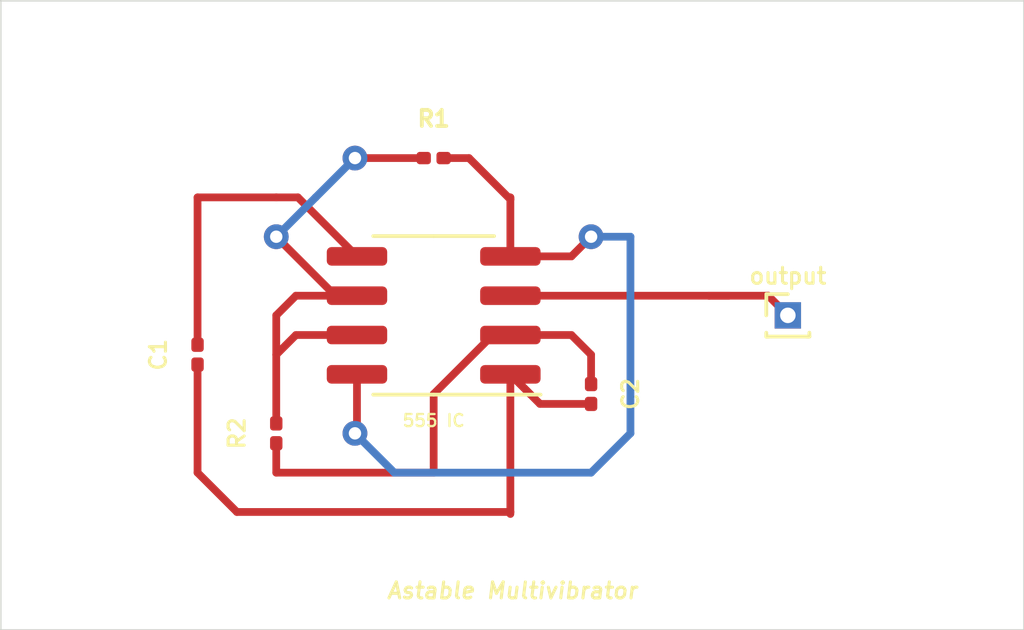
<source format=kicad_pcb>
(kicad_pcb (version 20171130) (host pcbnew "(5.1.9)-1")

  (general
    (thickness 1.6)
    (drawings 5)
    (tracks 53)
    (zones 0)
    (modules 6)
    (nets 7)
  )

  (page A4)
  (layers
    (0 F.Cu signal)
    (31 B.Cu signal)
    (32 B.Adhes user)
    (33 F.Adhes user)
    (34 B.Paste user)
    (35 F.Paste user)
    (36 B.SilkS user)
    (37 F.SilkS user)
    (38 B.Mask user)
    (39 F.Mask user)
    (40 Dwgs.User user)
    (41 Cmts.User user)
    (42 Eco1.User user)
    (43 Eco2.User user)
    (44 Edge.Cuts user)
    (45 Margin user)
    (46 B.CrtYd user)
    (47 F.CrtYd user)
    (48 B.Fab user hide)
    (49 F.Fab user hide)
  )

  (setup
    (last_trace_width 0.25)
    (trace_clearance 0.2)
    (zone_clearance 0.508)
    (zone_45_only no)
    (trace_min 0.2)
    (via_size 0.8)
    (via_drill 0.4)
    (via_min_size 0.4)
    (via_min_drill 0.3)
    (uvia_size 0.3)
    (uvia_drill 0.1)
    (uvias_allowed no)
    (uvia_min_size 0.2)
    (uvia_min_drill 0.1)
    (edge_width 0.05)
    (segment_width 0.2)
    (pcb_text_width 0.3)
    (pcb_text_size 1.5 1.5)
    (mod_edge_width 0.12)
    (mod_text_size 1 1)
    (mod_text_width 0.15)
    (pad_size 1.524 1.524)
    (pad_drill 0.762)
    (pad_to_mask_clearance 0)
    (aux_axis_origin 0 0)
    (visible_elements 7FFFFFFF)
    (pcbplotparams
      (layerselection 0x010fc_ffffffff)
      (usegerberextensions false)
      (usegerberattributes true)
      (usegerberadvancedattributes true)
      (creategerberjobfile true)
      (excludeedgelayer true)
      (linewidth 0.100000)
      (plotframeref false)
      (viasonmask false)
      (mode 1)
      (useauxorigin false)
      (hpglpennumber 1)
      (hpglpenspeed 20)
      (hpglpendiameter 15.000000)
      (psnegative false)
      (psa4output false)
      (plotreference true)
      (plotvalue true)
      (plotinvisibletext false)
      (padsonsilk false)
      (subtractmaskfromsilk false)
      (outputformat 1)
      (mirror false)
      (drillshape 1)
      (scaleselection 1)
      (outputdirectory ""))
  )

  (net 0 "")
  (net 1 GND)
  (net 2 "Net-(C1-Pad1)")
  (net 3 "Net-(Ct1-Pad1)")
  (net 4 "Net-(U1-Pad3)")
  (net 5 "Net-(Ra1-Pad2)")
  (net 6 VCC)

  (net_class Default "This is the default net class."
    (clearance 0.2)
    (trace_width 0.25)
    (via_dia 0.8)
    (via_drill 0.4)
    (uvia_dia 0.3)
    (uvia_drill 0.1)
    (add_net GND)
    (add_net "Net-(C1-Pad1)")
    (add_net "Net-(Ct1-Pad1)")
    (add_net "Net-(Ra1-Pad2)")
    (add_net "Net-(U1-Pad3)")
    (add_net VCC)
  )

  (module Connector_PinHeader_1.00mm:PinHeader_1x01_P1.00mm_Vertical (layer F.Cu) (tedit 59FED738) (tstamp 6106B4D7)
    (at 133.35 72.39)
    (descr "Through hole straight pin header, 1x01, 1.00mm pitch, single row")
    (tags "Through hole pin header THT 1x01 1.00mm single row")
    (path /61070468)
    (fp_text reference output (at 0 -1.27) (layer F.SilkS)
      (effects (font (size 0.5174 0.5174) (thickness 0.0976)))
    )
    (fp_text value output (at 0 1.27) (layer F.Fab)
      (effects (font (size 1 1) (thickness 0.15)))
    )
    (fp_text user %R (at 0 0 90) (layer F.Fab)
      (effects (font (size 0.76 0.76) (thickness 0.114)))
    )
    (fp_line (start -0.3175 -0.5) (end 0.635 -0.5) (layer F.Fab) (width 0.1))
    (fp_line (start 0.635 -0.5) (end 0.635 0.5) (layer F.Fab) (width 0.1))
    (fp_line (start 0.635 0.5) (end -0.635 0.5) (layer F.Fab) (width 0.1))
    (fp_line (start -0.635 0.5) (end -0.635 -0.1825) (layer F.Fab) (width 0.1))
    (fp_line (start -0.635 -0.1825) (end -0.3175 -0.5) (layer F.Fab) (width 0.1))
    (fp_line (start -0.695 0.685) (end 0.695 0.685) (layer F.SilkS) (width 0.12))
    (fp_line (start -0.695 0.685) (end -0.695 0.56) (layer F.SilkS) (width 0.12))
    (fp_line (start 0.695 0.685) (end 0.695 0.56) (layer F.SilkS) (width 0.12))
    (fp_line (start -0.695 0.685) (end -0.608276 0.685) (layer F.SilkS) (width 0.12))
    (fp_line (start 0.608276 0.685) (end 0.695 0.685) (layer F.SilkS) (width 0.12))
    (fp_line (start -0.695 0) (end -0.695 -0.685) (layer F.SilkS) (width 0.12))
    (fp_line (start -0.695 -0.685) (end 0 -0.685) (layer F.SilkS) (width 0.12))
    (fp_line (start -1.15 -1) (end -1.15 1) (layer F.CrtYd) (width 0.05))
    (fp_line (start -1.15 1) (end 1.15 1) (layer F.CrtYd) (width 0.05))
    (fp_line (start 1.15 1) (end 1.15 -1) (layer F.CrtYd) (width 0.05))
    (fp_line (start 1.15 -1) (end -1.15 -1) (layer F.CrtYd) (width 0.05))
    (pad 1 thru_hole rect (at 0 0) (size 0.85 0.85) (drill 0.5) (layers *.Cu *.Mask)
      (net 4 "Net-(U1-Pad3)"))
    (model ${KISYS3DMOD}/Connector_PinHeader_1.00mm.3dshapes/PinHeader_1x01_P1.00mm_Vertical.wrl
      (at (xyz 0 0 0))
      (scale (xyz 1 1 1))
      (rotate (xyz 0 0 0))
    )
  )

  (module Capacitor_SMD:C_0201_0603Metric (layer F.Cu) (tedit 61066F4D) (tstamp 6106B499)
    (at 114.3 73.66 270)
    (descr "Capacitor SMD 0201 (0603 Metric), square (rectangular) end terminal, IPC_7351 nominal, (Body size source: https://www.vishay.com/docs/20052/crcw0201e3.pdf), generated with kicad-footprint-generator")
    (tags capacitor)
    (path /610672A4)
    (attr smd)
    (fp_text reference C1 (at 0 1.27 270) (layer F.SilkS)
      (effects (font (size 0.5174 0.5174) (thickness 0.0992)))
    )
    (fp_text value 0.01uF (at 0 3.7 270) (layer F.Fab)
      (effects (font (size 1 1) (thickness 0.15)))
    )
    (fp_line (start 0.7 0.35) (end -0.7 0.35) (layer F.CrtYd) (width 0.05))
    (fp_line (start 0.7 -0.35) (end 0.7 0.35) (layer F.CrtYd) (width 0.05))
    (fp_line (start -0.7 -0.35) (end 0.7 -0.35) (layer F.CrtYd) (width 0.05))
    (fp_line (start -0.7 0.35) (end -0.7 -0.35) (layer F.CrtYd) (width 0.05))
    (fp_line (start 0.3 0.15) (end -0.3 0.15) (layer F.Fab) (width 0.1))
    (fp_line (start 0.3 -0.15) (end 0.3 0.15) (layer F.Fab) (width 0.1))
    (fp_line (start -0.3 -0.15) (end 0.3 -0.15) (layer F.Fab) (width 0.1))
    (fp_line (start -0.3 0.15) (end -0.3 -0.15) (layer F.Fab) (width 0.1))
    (fp_text user %R (at 0 0 270) (layer F.Fab)
      (effects (font (size 1 1) (thickness 0.15)))
    )
    (pad 2 smd roundrect (at 0.32 0 270) (size 0.46 0.4) (layers F.Cu F.Mask) (roundrect_rratio 0.25)
      (net 1 GND))
    (pad 1 smd roundrect (at -0.32 0 270) (size 0.46 0.4) (layers F.Cu F.Mask) (roundrect_rratio 0.25)
      (net 2 "Net-(C1-Pad1)"))
    (pad "" smd roundrect (at 0.345 0 270) (size 0.318 0.36) (layers F.Paste) (roundrect_rratio 0.25))
    (pad "" smd roundrect (at -0.345 0 270) (size 0.318 0.36) (layers F.Paste) (roundrect_rratio 0.25))
    (model ${KISYS3DMOD}/Capacitor_SMD.3dshapes/C_0201_0603Metric.wrl
      (at (xyz 0 0 0))
      (scale (xyz 1 1 1))
      (rotate (xyz 0 0 0))
    )
  )

  (module Capacitor_SMD:C_0201_0603Metric (layer F.Cu) (tedit 61066F8E) (tstamp 6106B4C1)
    (at 127 74.93 270)
    (descr "Capacitor SMD 0201 (0603 Metric), square (rectangular) end terminal, IPC_7351 nominal, (Body size source: https://www.vishay.com/docs/20052/crcw0201e3.pdf), generated with kicad-footprint-generator")
    (tags capacitor)
    (path /610669EE)
    (attr smd)
    (fp_text reference C2 (at 0 -1.27 270) (layer F.SilkS)
      (effects (font (size 0.5174 0.5174) (thickness 0.0992)))
    )
    (fp_text value 0.1uF (at 0 3.7 270) (layer F.Fab)
      (effects (font (size 1 1) (thickness 0.15)))
    )
    (fp_line (start 0.7 0.35) (end -0.7 0.35) (layer F.CrtYd) (width 0.05))
    (fp_line (start 0.7 -0.35) (end 0.7 0.35) (layer F.CrtYd) (width 0.05))
    (fp_line (start -0.7 -0.35) (end 0.7 -0.35) (layer F.CrtYd) (width 0.05))
    (fp_line (start -0.7 0.35) (end -0.7 -0.35) (layer F.CrtYd) (width 0.05))
    (fp_line (start 0.3 0.15) (end -0.3 0.15) (layer F.Fab) (width 0.1))
    (fp_line (start 0.3 -0.15) (end 0.3 0.15) (layer F.Fab) (width 0.1))
    (fp_line (start -0.3 -0.15) (end 0.3 -0.15) (layer F.Fab) (width 0.1))
    (fp_line (start -0.3 0.15) (end -0.3 -0.15) (layer F.Fab) (width 0.1))
    (fp_text user %R (at 0 0 270) (layer F.Fab)
      (effects (font (size 1 1) (thickness 0.15)))
    )
    (pad 2 smd roundrect (at 0.32 0 270) (size 0.46 0.4) (layers F.Cu F.Mask) (roundrect_rratio 0.25)
      (net 1 GND))
    (pad 1 smd roundrect (at -0.32 0 270) (size 0.46 0.4) (layers F.Cu F.Mask) (roundrect_rratio 0.25)
      (net 3 "Net-(Ct1-Pad1)"))
    (pad "" smd roundrect (at 0.345 0 270) (size 0.318 0.36) (layers F.Paste) (roundrect_rratio 0.25))
    (pad "" smd roundrect (at -0.345 0 270) (size 0.318 0.36) (layers F.Paste) (roundrect_rratio 0.25))
    (model ${KISYS3DMOD}/Capacitor_SMD.3dshapes/C_0201_0603Metric.wrl
      (at (xyz 0 0 0))
      (scale (xyz 1 1 1))
      (rotate (xyz 0 0 0))
    )
  )

  (module Resistor_SMD:R_0201_0603Metric (layer F.Cu) (tedit 61066F58) (tstamp 6106B4E8)
    (at 121.92 67.31 180)
    (descr "Resistor SMD 0201 (0603 Metric), square (rectangular) end terminal, IPC_7351 nominal, (Body size source: https://www.vishay.com/docs/20052/crcw0201e3.pdf), generated with kicad-footprint-generator")
    (tags resistor)
    (path /61065EC5)
    (attr smd)
    (fp_text reference R1 (at 0 1.27 180) (layer F.SilkS)
      (effects (font (size 0.5174 0.5174) (thickness 0.1246)))
    )
    (fp_text value 10k (at 0 1.05 180) (layer F.Fab)
      (effects (font (size 1 1) (thickness 0.15)))
    )
    (fp_line (start 0.7 0.35) (end -0.7 0.35) (layer F.CrtYd) (width 0.05))
    (fp_line (start 0.7 -0.35) (end 0.7 0.35) (layer F.CrtYd) (width 0.05))
    (fp_line (start -0.7 -0.35) (end 0.7 -0.35) (layer F.CrtYd) (width 0.05))
    (fp_line (start -0.7 0.35) (end -0.7 -0.35) (layer F.CrtYd) (width 0.05))
    (fp_line (start 0.3 0.15) (end -0.3 0.15) (layer F.Fab) (width 0.1))
    (fp_line (start 0.3 -0.15) (end 0.3 0.15) (layer F.Fab) (width 0.1))
    (fp_line (start -0.3 -0.15) (end 0.3 -0.15) (layer F.Fab) (width 0.1))
    (fp_line (start -0.3 0.15) (end -0.3 -0.15) (layer F.Fab) (width 0.1))
    (fp_text user %R (at 0 -0.68 180) (layer F.Fab)
      (effects (font (size 0.25 0.25) (thickness 0.04)))
    )
    (pad 2 smd roundrect (at 0.32 0 180) (size 0.46 0.4) (layers F.Cu F.Mask) (roundrect_rratio 0.25)
      (net 5 "Net-(Ra1-Pad2)"))
    (pad 1 smd roundrect (at -0.32 0 180) (size 0.46 0.4) (layers F.Cu F.Mask) (roundrect_rratio 0.25)
      (net 6 VCC))
    (pad "" smd roundrect (at 0.345 0 180) (size 0.318 0.36) (layers F.Paste) (roundrect_rratio 0.25))
    (pad "" smd roundrect (at -0.345 0 180) (size 0.318 0.36) (layers F.Paste) (roundrect_rratio 0.25))
    (model ${KISYS3DMOD}/Resistor_SMD.3dshapes/R_0201_0603Metric.wrl
      (at (xyz 0 0 0))
      (scale (xyz 1 1 1))
      (rotate (xyz 0 0 0))
    )
  )

  (module Resistor_SMD:R_0201_0603Metric (layer F.Cu) (tedit 61066F54) (tstamp 6106B4F9)
    (at 116.84 76.2 270)
    (descr "Resistor SMD 0201 (0603 Metric), square (rectangular) end terminal, IPC_7351 nominal, (Body size source: https://www.vishay.com/docs/20052/crcw0201e3.pdf), generated with kicad-footprint-generator")
    (tags resistor)
    (path /61065D8D)
    (attr smd)
    (fp_text reference R2 (at 0 1.27 270) (layer F.SilkS)
      (effects (font (size 0.5174 0.5174) (thickness 0.0992)))
    )
    (fp_text value 10k (at 0 1.05 270) (layer F.Fab)
      (effects (font (size 1 1) (thickness 0.15)))
    )
    (fp_line (start -0.3 0.15) (end -0.3 -0.15) (layer F.Fab) (width 0.1))
    (fp_line (start -0.3 -0.15) (end 0.3 -0.15) (layer F.Fab) (width 0.1))
    (fp_line (start 0.3 -0.15) (end 0.3 0.15) (layer F.Fab) (width 0.1))
    (fp_line (start 0.3 0.15) (end -0.3 0.15) (layer F.Fab) (width 0.1))
    (fp_line (start -0.7 0.35) (end -0.7 -0.35) (layer F.CrtYd) (width 0.05))
    (fp_line (start -0.7 -0.35) (end 0.7 -0.35) (layer F.CrtYd) (width 0.05))
    (fp_line (start 0.7 -0.35) (end 0.7 0.35) (layer F.CrtYd) (width 0.05))
    (fp_line (start 0.7 0.35) (end -0.7 0.35) (layer F.CrtYd) (width 0.05))
    (fp_text user %R (at 0 -0.68 270) (layer F.Fab)
      (effects (font (size 0.25 0.25) (thickness 0.04)))
    )
    (pad "" smd roundrect (at -0.345 0 270) (size 0.318 0.36) (layers F.Paste) (roundrect_rratio 0.25))
    (pad "" smd roundrect (at 0.345 0 270) (size 0.318 0.36) (layers F.Paste) (roundrect_rratio 0.25))
    (pad 1 smd roundrect (at -0.32 0 270) (size 0.46 0.4) (layers F.Cu F.Mask) (roundrect_rratio 0.25)
      (net 5 "Net-(Ra1-Pad2)"))
    (pad 2 smd roundrect (at 0.32 0 270) (size 0.46 0.4) (layers F.Cu F.Mask) (roundrect_rratio 0.25)
      (net 3 "Net-(Ct1-Pad1)"))
    (model ${KISYS3DMOD}/Resistor_SMD.3dshapes/R_0201_0603Metric.wrl
      (at (xyz 0 0 0))
      (scale (xyz 1 1 1))
      (rotate (xyz 0 0 0))
    )
  )

  (module Package_SO:SOIC-8_3.9x4.9mm_P1.27mm (layer F.Cu) (tedit 5D9F72B1) (tstamp 6106B513)
    (at 121.92 72.39 180)
    (descr "SOIC, 8 Pin (JEDEC MS-012AA, https://www.analog.com/media/en/package-pcb-resources/package/pkg_pdf/soic_narrow-r/r_8.pdf), generated with kicad-footprint-generator ipc_gullwing_generator.py")
    (tags "SOIC SO")
    (path /610656E5)
    (attr smd)
    (fp_text reference "555 IC" (at 0 -3.4 180) (layer F.SilkS)
      (effects (font (size 0.3904 0.3904) (thickness 0.0738)))
    )
    (fp_text value 555 (at 0 3.4 180) (layer F.Fab)
      (effects (font (size 1 1) (thickness 0.15)))
    )
    (fp_line (start 0 2.56) (end 1.95 2.56) (layer F.SilkS) (width 0.12))
    (fp_line (start 0 2.56) (end -1.95 2.56) (layer F.SilkS) (width 0.12))
    (fp_line (start 0 -2.56) (end 1.95 -2.56) (layer F.SilkS) (width 0.12))
    (fp_line (start 0 -2.56) (end -3.45 -2.56) (layer F.SilkS) (width 0.12))
    (fp_line (start -0.975 -2.45) (end 1.95 -2.45) (layer F.Fab) (width 0.1))
    (fp_line (start 1.95 -2.45) (end 1.95 2.45) (layer F.Fab) (width 0.1))
    (fp_line (start 1.95 2.45) (end -1.95 2.45) (layer F.Fab) (width 0.1))
    (fp_line (start -1.95 2.45) (end -1.95 -1.475) (layer F.Fab) (width 0.1))
    (fp_line (start -1.95 -1.475) (end -0.975 -2.45) (layer F.Fab) (width 0.1))
    (fp_line (start -3.7 -2.7) (end -3.7 2.7) (layer F.CrtYd) (width 0.05))
    (fp_line (start -3.7 2.7) (end 3.7 2.7) (layer F.CrtYd) (width 0.05))
    (fp_line (start 3.7 2.7) (end 3.7 -2.7) (layer F.CrtYd) (width 0.05))
    (fp_line (start 3.7 -2.7) (end -3.7 -2.7) (layer F.CrtYd) (width 0.05))
    (fp_text user 555 (at 0 0 180) (layer F.Fab)
      (effects (font (size 1 1) (thickness 0.15)))
    )
    (pad 1 smd roundrect (at -2.475 -1.905 180) (size 1.95 0.6) (layers F.Cu F.Paste F.Mask) (roundrect_rratio 0.25)
      (net 1 GND))
    (pad 2 smd roundrect (at -2.475 -0.635 180) (size 1.95 0.6) (layers F.Cu F.Paste F.Mask) (roundrect_rratio 0.25)
      (net 3 "Net-(Ct1-Pad1)"))
    (pad 3 smd roundrect (at -2.475 0.635 180) (size 1.95 0.6) (layers F.Cu F.Paste F.Mask) (roundrect_rratio 0.25)
      (net 4 "Net-(U1-Pad3)"))
    (pad 4 smd roundrect (at -2.475 1.905 180) (size 1.95 0.6) (layers F.Cu F.Paste F.Mask) (roundrect_rratio 0.25)
      (net 6 VCC))
    (pad 5 smd roundrect (at 2.475 1.905 180) (size 1.95 0.6) (layers F.Cu F.Paste F.Mask) (roundrect_rratio 0.25)
      (net 2 "Net-(C1-Pad1)"))
    (pad 6 smd roundrect (at 2.475 0.635 180) (size 1.95 0.6) (layers F.Cu F.Paste F.Mask) (roundrect_rratio 0.25)
      (net 5 "Net-(Ra1-Pad2)"))
    (pad 7 smd roundrect (at 2.475 -0.635 180) (size 1.95 0.6) (layers F.Cu F.Paste F.Mask) (roundrect_rratio 0.25)
      (net 5 "Net-(Ra1-Pad2)"))
    (pad 8 smd roundrect (at 2.475 -1.905 180) (size 1.95 0.6) (layers F.Cu F.Paste F.Mask) (roundrect_rratio 0.25)
      (net 6 VCC))
    (model ${KISYS3DMOD}/Package_SO.3dshapes/SOIC-8_3.9x4.9mm_P1.27mm.wrl
      (at (xyz 0 0 0))
      (scale (xyz 1 1 1))
      (rotate (xyz 0 0 0))
    )
  )

  (gr_text "Astable Multivibrator" (at 124.46 81.28) (layer F.SilkS)
    (effects (font (size 0.5174 0.5174) (thickness 0.0992) italic))
  )
  (gr_line (start 107.95 82.55) (end 107.95 62.23) (angle 90) (layer Edge.Cuts) (width 0.05))
  (gr_line (start 140.97 82.55) (end 107.95 82.55) (angle 90) (layer Edge.Cuts) (width 0.05))
  (gr_line (start 140.97 62.23) (end 140.97 82.55) (angle 90) (layer Edge.Cuts) (width 0.05))
  (gr_line (start 107.95 62.23) (end 140.97 62.23) (angle 90) (layer Edge.Cuts) (width 0.05))

  (segment (start 124.395 78.805) (end 124.395 78.74) (width 0.25) (layer F.Cu) (net 1) (tstamp 61071F4E))
  (segment (start 124.395 78.74) (end 124.395 74.295) (width 0.25) (layer F.Cu) (net 1) (tstamp 61074C9A) (status 800000))
  (segment (start 124.395 78.74) (end 115.57 78.74) (width 0.25) (layer F.Cu) (net 1))
  (segment (start 114.3 77.47) (end 114.3 73.98) (width 0.25) (layer F.Cu) (net 1) (tstamp 61074C9D) (status 800000))
  (segment (start 115.57 78.74) (end 114.3 77.47) (width 0.25) (layer F.Cu) (net 1) (tstamp 61074C9C))
  (segment (start 125.03 74.93) (end 124.395 74.295) (width 0.25) (layer F.Cu) (net 1) (tstamp 61074DB5) (status 800000))
  (segment (start 127 75.25) (end 125.35 75.25) (width 0.25) (layer F.Cu) (net 1) (status 400000))
  (segment (start 125.35 75.25) (end 124.395 74.295) (width 0.25) (layer F.Cu) (net 1) (tstamp 61075645) (status 800000))
  (segment (start 119.445 70.485) (end 117.54 68.58) (width 0.25) (layer F.Cu) (net 2) (tstamp 61071F54) (status 400000))
  (segment (start 114.3 68.58) (end 114.3 73.34) (width 0.25) (layer F.Cu) (net 2) (tstamp 61074C96) (status 800000))
  (segment (start 116.84 68.58) (end 114.3 68.58) (width 0.25) (layer F.Cu) (net 2) (tstamp 61074C95))
  (segment (start 117.54 68.58) (end 116.84 68.58) (width 0.25) (layer F.Cu) (net 2))
  (segment (start 123.825 73.025) (end 124.395 73.025) (width 0.25) (layer F.Cu) (net 3) (tstamp 61071FA0) (status C00000))
  (segment (start 124.395 73.025) (end 123.825 73.025) (width 0.25) (layer F.Cu) (net 3) (status C00000))
  (segment (start 123.825 73.025) (end 121.92 74.93) (width 0.25) (layer F.Cu) (net 3) (tstamp 6107200E) (status 400000))
  (segment (start 116.84 77.47) (end 116.84 76.52) (width 0.25) (layer F.Cu) (net 3) (tstamp 61072011) (status 800000))
  (segment (start 121.92 77.47) (end 116.84 77.47) (width 0.25) (layer F.Cu) (net 3) (tstamp 61072010))
  (segment (start 121.92 74.93) (end 121.92 77.47) (width 0.25) (layer F.Cu) (net 3) (tstamp 6107200F))
  (segment (start 127 74.61) (end 127 73.66) (width 0.25) (layer F.Cu) (net 3) (status 400000))
  (segment (start 126.365 73.025) (end 124.395 73.025) (width 0.25) (layer F.Cu) (net 3) (tstamp 61075649) (status 800000))
  (segment (start 127 73.66) (end 126.365 73.025) (width 0.25) (layer F.Cu) (net 3) (tstamp 61075648))
  (segment (start 130.81 71.755) (end 131.445 71.755) (width 0.25) (layer F.Cu) (net 4) (tstamp 61075AE3))
  (segment (start 130.81 71.755) (end 132.715 71.755) (width 0.25) (layer F.Cu) (net 4))
  (segment (start 132.715 71.755) (end 133.35 72.39) (width 0.25) (layer F.Cu) (net 4) (tstamp 61075AE5) (status 800000))
  (segment (start 130.81 71.755) (end 124.395 71.755) (width 0.25) (layer F.Cu) (net 4) (status 800000))
  (segment (start 116.84 75.88) (end 116.84 73.66) (width 0.25) (layer F.Cu) (net 5) (status 400000))
  (segment (start 117.475 73.025) (end 119.445 73.025) (width 0.25) (layer F.Cu) (net 5) (tstamp 61071FA4) (status 800000))
  (segment (start 116.84 73.66) (end 117.475 73.025) (width 0.25) (layer F.Cu) (net 5) (tstamp 61071FA3))
  (segment (start 119.445 71.755) (end 118.745 71.755) (width 0.25) (layer F.Cu) (net 5) (status C00000))
  (segment (start 119.38 67.31) (end 121.6 67.31) (width 0.25) (layer F.Cu) (net 5) (tstamp 610754AC) (status 800000))
  (via (at 119.38 67.31) (size 0.8) (drill 0.4) (layers F.Cu B.Cu) (net 5))
  (segment (start 118.11 68.58) (end 119.38 67.31) (width 0.25) (layer B.Cu) (net 5))
  (segment (start 118.745 71.755) (end 116.84 69.85) (width 0.25) (layer F.Cu) (net 5) (tstamp 61071FEB) (status 400000))
  (via (at 116.84 69.85) (size 0.8) (drill 0.4) (layers F.Cu B.Cu) (net 5))
  (segment (start 116.84 69.85) (end 118.11 68.58) (width 0.25) (layer B.Cu) (net 5) (tstamp 61071FEE))
  (segment (start 119.445 71.755) (end 117.475 71.755) (width 0.25) (layer F.Cu) (net 5) (status 400000))
  (segment (start 116.84 72.39) (end 116.84 73.66) (width 0.25) (layer F.Cu) (net 5) (tstamp 61071FF7))
  (segment (start 117.475 71.755) (end 116.84 72.39) (width 0.25) (layer F.Cu) (net 5) (tstamp 61071FF6))
  (segment (start 119.445 74.295) (end 119.445 76.135) (width 0.25) (layer F.Cu) (net 6) (status 400000))
  (segment (start 126.365 70.485) (end 124.395 70.485) (width 0.25) (layer F.Cu) (net 6) (tstamp 61072020) (status 800000))
  (segment (start 127 69.85) (end 126.365 70.485) (width 0.25) (layer F.Cu) (net 6) (tstamp 6107201F))
  (via (at 127 69.85) (size 0.8) (drill 0.4) (layers F.Cu B.Cu) (net 6))
  (segment (start 128.27 69.85) (end 127 69.85) (width 0.25) (layer B.Cu) (net 6) (tstamp 6107201C))
  (segment (start 128.27 76.2) (end 128.27 69.85) (width 0.25) (layer B.Cu) (net 6) (tstamp 6107201A))
  (segment (start 127 77.47) (end 128.27 76.2) (width 0.25) (layer B.Cu) (net 6) (tstamp 61072019))
  (segment (start 120.65 77.47) (end 127 77.47) (width 0.25) (layer B.Cu) (net 6) (tstamp 61072017))
  (segment (start 119.38 76.2) (end 120.65 77.47) (width 0.25) (layer B.Cu) (net 6) (tstamp 61072016))
  (via (at 119.38 76.2) (size 0.8) (drill 0.4) (layers F.Cu B.Cu) (net 6))
  (segment (start 119.445 76.135) (end 119.38 76.2) (width 0.25) (layer F.Cu) (net 6) (tstamp 61072014))
  (segment (start 124.395 70.485) (end 124.395 68.58) (width 0.25) (layer F.Cu) (net 6) (status 400000))
  (segment (start 124.395 68.58) (end 124.395 68.645) (width 0.25) (layer F.Cu) (net 6) (tstamp 61085AB7))
  (segment (start 123.06 67.31) (end 122.24 67.31) (width 0.25) (layer F.Cu) (net 6) (tstamp 610754A3) (status 800000))
  (segment (start 124.395 68.645) (end 123.06 67.31) (width 0.25) (layer F.Cu) (net 6) (tstamp 610754A2))

)

</source>
